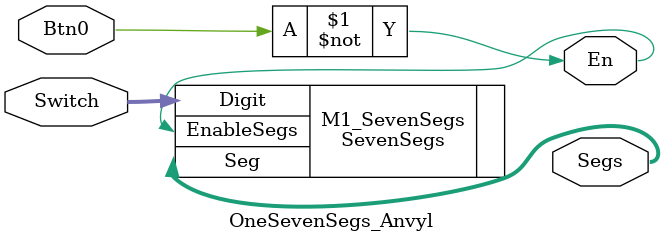
<source format=v>
`timescale 1ns / 1ps
module OneSevenSegs_Anvyl(
    input           [3:0]                               Switch  ,
    input                                               Btn0    ,
    output          [6:0]                               Segs    ,
    output                                              En
    );

 assign En = ~Btn0 ; // Btn0 means for Disable

 SevenSegs M1_SevenSegs( .Digit(Switch) , 
.EnableSegs(En) , .Seg(Segs) );

endmodule

</source>
